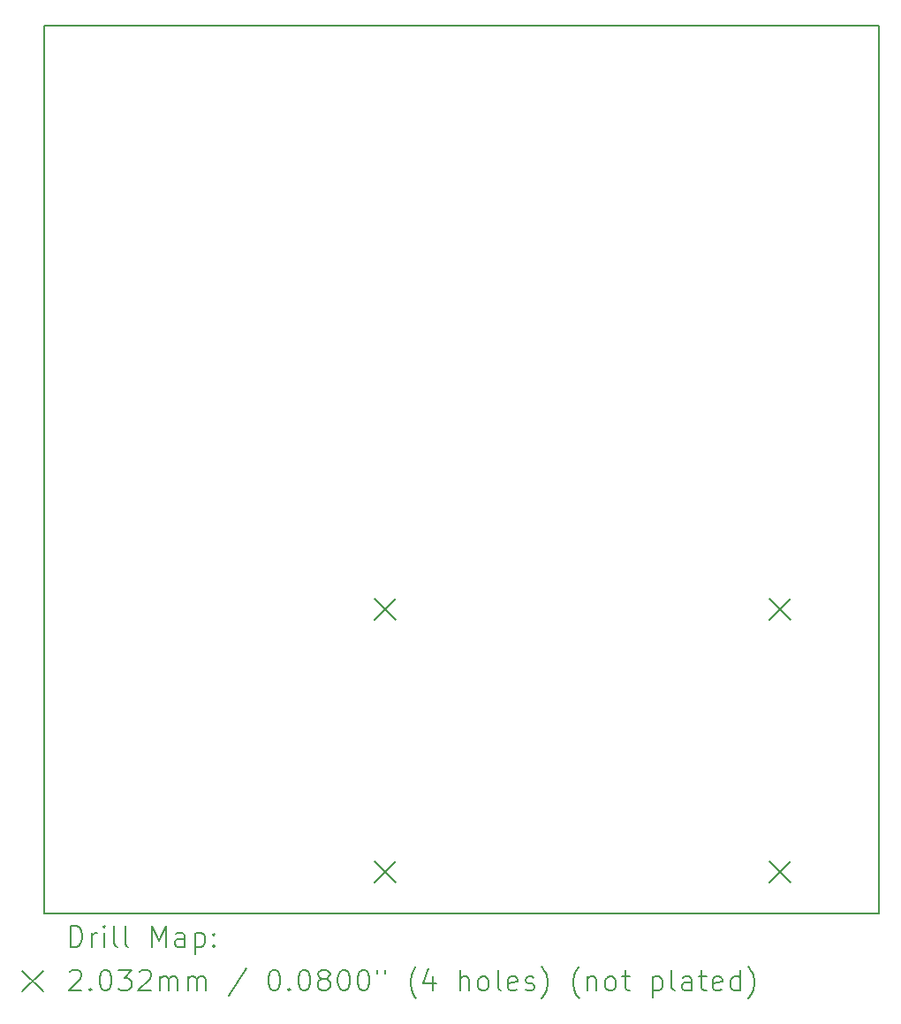
<source format=gbr>
%TF.GenerationSoftware,KiCad,Pcbnew,8.0.4*%
%TF.CreationDate,2024-08-21T00:27:21-03:00*%
%TF.ProjectId,EcoMaua_Pilot_Screen,45636f4d-6175-4615-9f50-696c6f745f53,rev?*%
%TF.SameCoordinates,Original*%
%TF.FileFunction,Drillmap*%
%TF.FilePolarity,Positive*%
%FSLAX45Y45*%
G04 Gerber Fmt 4.5, Leading zero omitted, Abs format (unit mm)*
G04 Created by KiCad (PCBNEW 8.0.4) date 2024-08-21 00:27:21*
%MOMM*%
%LPD*%
G01*
G04 APERTURE LIST*
%ADD10C,0.200000*%
%ADD11C,0.203200*%
G04 APERTURE END LIST*
D10*
X14300000Y-2700000D02*
X22300000Y-2700000D01*
X22300000Y-11200000D01*
X14300000Y-11200000D01*
X14300000Y-2700000D01*
D11*
X17466200Y-8187100D02*
X17669400Y-8390300D01*
X17669400Y-8187100D02*
X17466200Y-8390300D01*
X17466200Y-10701700D02*
X17669400Y-10904900D01*
X17669400Y-10701700D02*
X17466200Y-10904900D01*
X21250800Y-8187100D02*
X21454000Y-8390300D01*
X21454000Y-8187100D02*
X21250800Y-8390300D01*
X21250800Y-10701700D02*
X21454000Y-10904900D01*
X21454000Y-10701700D02*
X21250800Y-10904900D01*
D10*
X14550777Y-11521484D02*
X14550777Y-11321484D01*
X14550777Y-11321484D02*
X14598396Y-11321484D01*
X14598396Y-11321484D02*
X14626967Y-11331008D01*
X14626967Y-11331008D02*
X14646015Y-11350055D01*
X14646015Y-11350055D02*
X14655539Y-11369103D01*
X14655539Y-11369103D02*
X14665062Y-11407198D01*
X14665062Y-11407198D02*
X14665062Y-11435769D01*
X14665062Y-11435769D02*
X14655539Y-11473865D01*
X14655539Y-11473865D02*
X14646015Y-11492912D01*
X14646015Y-11492912D02*
X14626967Y-11511960D01*
X14626967Y-11511960D02*
X14598396Y-11521484D01*
X14598396Y-11521484D02*
X14550777Y-11521484D01*
X14750777Y-11521484D02*
X14750777Y-11388150D01*
X14750777Y-11426246D02*
X14760301Y-11407198D01*
X14760301Y-11407198D02*
X14769824Y-11397674D01*
X14769824Y-11397674D02*
X14788872Y-11388150D01*
X14788872Y-11388150D02*
X14807920Y-11388150D01*
X14874586Y-11521484D02*
X14874586Y-11388150D01*
X14874586Y-11321484D02*
X14865062Y-11331008D01*
X14865062Y-11331008D02*
X14874586Y-11340531D01*
X14874586Y-11340531D02*
X14884110Y-11331008D01*
X14884110Y-11331008D02*
X14874586Y-11321484D01*
X14874586Y-11321484D02*
X14874586Y-11340531D01*
X14998396Y-11521484D02*
X14979348Y-11511960D01*
X14979348Y-11511960D02*
X14969824Y-11492912D01*
X14969824Y-11492912D02*
X14969824Y-11321484D01*
X15103158Y-11521484D02*
X15084110Y-11511960D01*
X15084110Y-11511960D02*
X15074586Y-11492912D01*
X15074586Y-11492912D02*
X15074586Y-11321484D01*
X15331729Y-11521484D02*
X15331729Y-11321484D01*
X15331729Y-11321484D02*
X15398396Y-11464341D01*
X15398396Y-11464341D02*
X15465062Y-11321484D01*
X15465062Y-11321484D02*
X15465062Y-11521484D01*
X15646015Y-11521484D02*
X15646015Y-11416722D01*
X15646015Y-11416722D02*
X15636491Y-11397674D01*
X15636491Y-11397674D02*
X15617443Y-11388150D01*
X15617443Y-11388150D02*
X15579348Y-11388150D01*
X15579348Y-11388150D02*
X15560301Y-11397674D01*
X15646015Y-11511960D02*
X15626967Y-11521484D01*
X15626967Y-11521484D02*
X15579348Y-11521484D01*
X15579348Y-11521484D02*
X15560301Y-11511960D01*
X15560301Y-11511960D02*
X15550777Y-11492912D01*
X15550777Y-11492912D02*
X15550777Y-11473865D01*
X15550777Y-11473865D02*
X15560301Y-11454817D01*
X15560301Y-11454817D02*
X15579348Y-11445293D01*
X15579348Y-11445293D02*
X15626967Y-11445293D01*
X15626967Y-11445293D02*
X15646015Y-11435769D01*
X15741253Y-11388150D02*
X15741253Y-11588150D01*
X15741253Y-11397674D02*
X15760301Y-11388150D01*
X15760301Y-11388150D02*
X15798396Y-11388150D01*
X15798396Y-11388150D02*
X15817443Y-11397674D01*
X15817443Y-11397674D02*
X15826967Y-11407198D01*
X15826967Y-11407198D02*
X15836491Y-11426246D01*
X15836491Y-11426246D02*
X15836491Y-11483388D01*
X15836491Y-11483388D02*
X15826967Y-11502436D01*
X15826967Y-11502436D02*
X15817443Y-11511960D01*
X15817443Y-11511960D02*
X15798396Y-11521484D01*
X15798396Y-11521484D02*
X15760301Y-11521484D01*
X15760301Y-11521484D02*
X15741253Y-11511960D01*
X15922205Y-11502436D02*
X15931729Y-11511960D01*
X15931729Y-11511960D02*
X15922205Y-11521484D01*
X15922205Y-11521484D02*
X15912682Y-11511960D01*
X15912682Y-11511960D02*
X15922205Y-11502436D01*
X15922205Y-11502436D02*
X15922205Y-11521484D01*
X15922205Y-11397674D02*
X15931729Y-11407198D01*
X15931729Y-11407198D02*
X15922205Y-11416722D01*
X15922205Y-11416722D02*
X15912682Y-11407198D01*
X15912682Y-11407198D02*
X15922205Y-11397674D01*
X15922205Y-11397674D02*
X15922205Y-11416722D01*
X14090000Y-11750000D02*
X14290000Y-11950000D01*
X14290000Y-11750000D02*
X14090000Y-11950000D01*
X14541253Y-11760531D02*
X14550777Y-11751008D01*
X14550777Y-11751008D02*
X14569824Y-11741484D01*
X14569824Y-11741484D02*
X14617443Y-11741484D01*
X14617443Y-11741484D02*
X14636491Y-11751008D01*
X14636491Y-11751008D02*
X14646015Y-11760531D01*
X14646015Y-11760531D02*
X14655539Y-11779579D01*
X14655539Y-11779579D02*
X14655539Y-11798627D01*
X14655539Y-11798627D02*
X14646015Y-11827198D01*
X14646015Y-11827198D02*
X14531729Y-11941484D01*
X14531729Y-11941484D02*
X14655539Y-11941484D01*
X14741253Y-11922436D02*
X14750777Y-11931960D01*
X14750777Y-11931960D02*
X14741253Y-11941484D01*
X14741253Y-11941484D02*
X14731729Y-11931960D01*
X14731729Y-11931960D02*
X14741253Y-11922436D01*
X14741253Y-11922436D02*
X14741253Y-11941484D01*
X14874586Y-11741484D02*
X14893634Y-11741484D01*
X14893634Y-11741484D02*
X14912682Y-11751008D01*
X14912682Y-11751008D02*
X14922205Y-11760531D01*
X14922205Y-11760531D02*
X14931729Y-11779579D01*
X14931729Y-11779579D02*
X14941253Y-11817674D01*
X14941253Y-11817674D02*
X14941253Y-11865293D01*
X14941253Y-11865293D02*
X14931729Y-11903388D01*
X14931729Y-11903388D02*
X14922205Y-11922436D01*
X14922205Y-11922436D02*
X14912682Y-11931960D01*
X14912682Y-11931960D02*
X14893634Y-11941484D01*
X14893634Y-11941484D02*
X14874586Y-11941484D01*
X14874586Y-11941484D02*
X14855539Y-11931960D01*
X14855539Y-11931960D02*
X14846015Y-11922436D01*
X14846015Y-11922436D02*
X14836491Y-11903388D01*
X14836491Y-11903388D02*
X14826967Y-11865293D01*
X14826967Y-11865293D02*
X14826967Y-11817674D01*
X14826967Y-11817674D02*
X14836491Y-11779579D01*
X14836491Y-11779579D02*
X14846015Y-11760531D01*
X14846015Y-11760531D02*
X14855539Y-11751008D01*
X14855539Y-11751008D02*
X14874586Y-11741484D01*
X15007920Y-11741484D02*
X15131729Y-11741484D01*
X15131729Y-11741484D02*
X15065062Y-11817674D01*
X15065062Y-11817674D02*
X15093634Y-11817674D01*
X15093634Y-11817674D02*
X15112682Y-11827198D01*
X15112682Y-11827198D02*
X15122205Y-11836722D01*
X15122205Y-11836722D02*
X15131729Y-11855769D01*
X15131729Y-11855769D02*
X15131729Y-11903388D01*
X15131729Y-11903388D02*
X15122205Y-11922436D01*
X15122205Y-11922436D02*
X15112682Y-11931960D01*
X15112682Y-11931960D02*
X15093634Y-11941484D01*
X15093634Y-11941484D02*
X15036491Y-11941484D01*
X15036491Y-11941484D02*
X15017443Y-11931960D01*
X15017443Y-11931960D02*
X15007920Y-11922436D01*
X15207920Y-11760531D02*
X15217443Y-11751008D01*
X15217443Y-11751008D02*
X15236491Y-11741484D01*
X15236491Y-11741484D02*
X15284110Y-11741484D01*
X15284110Y-11741484D02*
X15303158Y-11751008D01*
X15303158Y-11751008D02*
X15312682Y-11760531D01*
X15312682Y-11760531D02*
X15322205Y-11779579D01*
X15322205Y-11779579D02*
X15322205Y-11798627D01*
X15322205Y-11798627D02*
X15312682Y-11827198D01*
X15312682Y-11827198D02*
X15198396Y-11941484D01*
X15198396Y-11941484D02*
X15322205Y-11941484D01*
X15407920Y-11941484D02*
X15407920Y-11808150D01*
X15407920Y-11827198D02*
X15417443Y-11817674D01*
X15417443Y-11817674D02*
X15436491Y-11808150D01*
X15436491Y-11808150D02*
X15465063Y-11808150D01*
X15465063Y-11808150D02*
X15484110Y-11817674D01*
X15484110Y-11817674D02*
X15493634Y-11836722D01*
X15493634Y-11836722D02*
X15493634Y-11941484D01*
X15493634Y-11836722D02*
X15503158Y-11817674D01*
X15503158Y-11817674D02*
X15522205Y-11808150D01*
X15522205Y-11808150D02*
X15550777Y-11808150D01*
X15550777Y-11808150D02*
X15569824Y-11817674D01*
X15569824Y-11817674D02*
X15579348Y-11836722D01*
X15579348Y-11836722D02*
X15579348Y-11941484D01*
X15674586Y-11941484D02*
X15674586Y-11808150D01*
X15674586Y-11827198D02*
X15684110Y-11817674D01*
X15684110Y-11817674D02*
X15703158Y-11808150D01*
X15703158Y-11808150D02*
X15731729Y-11808150D01*
X15731729Y-11808150D02*
X15750777Y-11817674D01*
X15750777Y-11817674D02*
X15760301Y-11836722D01*
X15760301Y-11836722D02*
X15760301Y-11941484D01*
X15760301Y-11836722D02*
X15769824Y-11817674D01*
X15769824Y-11817674D02*
X15788872Y-11808150D01*
X15788872Y-11808150D02*
X15817443Y-11808150D01*
X15817443Y-11808150D02*
X15836491Y-11817674D01*
X15836491Y-11817674D02*
X15846015Y-11836722D01*
X15846015Y-11836722D02*
X15846015Y-11941484D01*
X16236491Y-11731960D02*
X16065063Y-11989103D01*
X16493634Y-11741484D02*
X16512682Y-11741484D01*
X16512682Y-11741484D02*
X16531729Y-11751008D01*
X16531729Y-11751008D02*
X16541253Y-11760531D01*
X16541253Y-11760531D02*
X16550777Y-11779579D01*
X16550777Y-11779579D02*
X16560301Y-11817674D01*
X16560301Y-11817674D02*
X16560301Y-11865293D01*
X16560301Y-11865293D02*
X16550777Y-11903388D01*
X16550777Y-11903388D02*
X16541253Y-11922436D01*
X16541253Y-11922436D02*
X16531729Y-11931960D01*
X16531729Y-11931960D02*
X16512682Y-11941484D01*
X16512682Y-11941484D02*
X16493634Y-11941484D01*
X16493634Y-11941484D02*
X16474586Y-11931960D01*
X16474586Y-11931960D02*
X16465063Y-11922436D01*
X16465063Y-11922436D02*
X16455539Y-11903388D01*
X16455539Y-11903388D02*
X16446015Y-11865293D01*
X16446015Y-11865293D02*
X16446015Y-11817674D01*
X16446015Y-11817674D02*
X16455539Y-11779579D01*
X16455539Y-11779579D02*
X16465063Y-11760531D01*
X16465063Y-11760531D02*
X16474586Y-11751008D01*
X16474586Y-11751008D02*
X16493634Y-11741484D01*
X16646015Y-11922436D02*
X16655539Y-11931960D01*
X16655539Y-11931960D02*
X16646015Y-11941484D01*
X16646015Y-11941484D02*
X16636491Y-11931960D01*
X16636491Y-11931960D02*
X16646015Y-11922436D01*
X16646015Y-11922436D02*
X16646015Y-11941484D01*
X16779348Y-11741484D02*
X16798396Y-11741484D01*
X16798396Y-11741484D02*
X16817444Y-11751008D01*
X16817444Y-11751008D02*
X16826968Y-11760531D01*
X16826968Y-11760531D02*
X16836491Y-11779579D01*
X16836491Y-11779579D02*
X16846015Y-11817674D01*
X16846015Y-11817674D02*
X16846015Y-11865293D01*
X16846015Y-11865293D02*
X16836491Y-11903388D01*
X16836491Y-11903388D02*
X16826968Y-11922436D01*
X16826968Y-11922436D02*
X16817444Y-11931960D01*
X16817444Y-11931960D02*
X16798396Y-11941484D01*
X16798396Y-11941484D02*
X16779348Y-11941484D01*
X16779348Y-11941484D02*
X16760301Y-11931960D01*
X16760301Y-11931960D02*
X16750777Y-11922436D01*
X16750777Y-11922436D02*
X16741253Y-11903388D01*
X16741253Y-11903388D02*
X16731729Y-11865293D01*
X16731729Y-11865293D02*
X16731729Y-11817674D01*
X16731729Y-11817674D02*
X16741253Y-11779579D01*
X16741253Y-11779579D02*
X16750777Y-11760531D01*
X16750777Y-11760531D02*
X16760301Y-11751008D01*
X16760301Y-11751008D02*
X16779348Y-11741484D01*
X16960301Y-11827198D02*
X16941253Y-11817674D01*
X16941253Y-11817674D02*
X16931729Y-11808150D01*
X16931729Y-11808150D02*
X16922206Y-11789103D01*
X16922206Y-11789103D02*
X16922206Y-11779579D01*
X16922206Y-11779579D02*
X16931729Y-11760531D01*
X16931729Y-11760531D02*
X16941253Y-11751008D01*
X16941253Y-11751008D02*
X16960301Y-11741484D01*
X16960301Y-11741484D02*
X16998396Y-11741484D01*
X16998396Y-11741484D02*
X17017444Y-11751008D01*
X17017444Y-11751008D02*
X17026968Y-11760531D01*
X17026968Y-11760531D02*
X17036491Y-11779579D01*
X17036491Y-11779579D02*
X17036491Y-11789103D01*
X17036491Y-11789103D02*
X17026968Y-11808150D01*
X17026968Y-11808150D02*
X17017444Y-11817674D01*
X17017444Y-11817674D02*
X16998396Y-11827198D01*
X16998396Y-11827198D02*
X16960301Y-11827198D01*
X16960301Y-11827198D02*
X16941253Y-11836722D01*
X16941253Y-11836722D02*
X16931729Y-11846246D01*
X16931729Y-11846246D02*
X16922206Y-11865293D01*
X16922206Y-11865293D02*
X16922206Y-11903388D01*
X16922206Y-11903388D02*
X16931729Y-11922436D01*
X16931729Y-11922436D02*
X16941253Y-11931960D01*
X16941253Y-11931960D02*
X16960301Y-11941484D01*
X16960301Y-11941484D02*
X16998396Y-11941484D01*
X16998396Y-11941484D02*
X17017444Y-11931960D01*
X17017444Y-11931960D02*
X17026968Y-11922436D01*
X17026968Y-11922436D02*
X17036491Y-11903388D01*
X17036491Y-11903388D02*
X17036491Y-11865293D01*
X17036491Y-11865293D02*
X17026968Y-11846246D01*
X17026968Y-11846246D02*
X17017444Y-11836722D01*
X17017444Y-11836722D02*
X16998396Y-11827198D01*
X17160301Y-11741484D02*
X17179349Y-11741484D01*
X17179349Y-11741484D02*
X17198396Y-11751008D01*
X17198396Y-11751008D02*
X17207920Y-11760531D01*
X17207920Y-11760531D02*
X17217444Y-11779579D01*
X17217444Y-11779579D02*
X17226968Y-11817674D01*
X17226968Y-11817674D02*
X17226968Y-11865293D01*
X17226968Y-11865293D02*
X17217444Y-11903388D01*
X17217444Y-11903388D02*
X17207920Y-11922436D01*
X17207920Y-11922436D02*
X17198396Y-11931960D01*
X17198396Y-11931960D02*
X17179349Y-11941484D01*
X17179349Y-11941484D02*
X17160301Y-11941484D01*
X17160301Y-11941484D02*
X17141253Y-11931960D01*
X17141253Y-11931960D02*
X17131729Y-11922436D01*
X17131729Y-11922436D02*
X17122206Y-11903388D01*
X17122206Y-11903388D02*
X17112682Y-11865293D01*
X17112682Y-11865293D02*
X17112682Y-11817674D01*
X17112682Y-11817674D02*
X17122206Y-11779579D01*
X17122206Y-11779579D02*
X17131729Y-11760531D01*
X17131729Y-11760531D02*
X17141253Y-11751008D01*
X17141253Y-11751008D02*
X17160301Y-11741484D01*
X17350777Y-11741484D02*
X17369825Y-11741484D01*
X17369825Y-11741484D02*
X17388872Y-11751008D01*
X17388872Y-11751008D02*
X17398396Y-11760531D01*
X17398396Y-11760531D02*
X17407920Y-11779579D01*
X17407920Y-11779579D02*
X17417444Y-11817674D01*
X17417444Y-11817674D02*
X17417444Y-11865293D01*
X17417444Y-11865293D02*
X17407920Y-11903388D01*
X17407920Y-11903388D02*
X17398396Y-11922436D01*
X17398396Y-11922436D02*
X17388872Y-11931960D01*
X17388872Y-11931960D02*
X17369825Y-11941484D01*
X17369825Y-11941484D02*
X17350777Y-11941484D01*
X17350777Y-11941484D02*
X17331729Y-11931960D01*
X17331729Y-11931960D02*
X17322206Y-11922436D01*
X17322206Y-11922436D02*
X17312682Y-11903388D01*
X17312682Y-11903388D02*
X17303158Y-11865293D01*
X17303158Y-11865293D02*
X17303158Y-11817674D01*
X17303158Y-11817674D02*
X17312682Y-11779579D01*
X17312682Y-11779579D02*
X17322206Y-11760531D01*
X17322206Y-11760531D02*
X17331729Y-11751008D01*
X17331729Y-11751008D02*
X17350777Y-11741484D01*
X17493634Y-11741484D02*
X17493634Y-11779579D01*
X17569825Y-11741484D02*
X17569825Y-11779579D01*
X17865063Y-12017674D02*
X17855539Y-12008150D01*
X17855539Y-12008150D02*
X17836491Y-11979579D01*
X17836491Y-11979579D02*
X17826968Y-11960531D01*
X17826968Y-11960531D02*
X17817444Y-11931960D01*
X17817444Y-11931960D02*
X17807920Y-11884341D01*
X17807920Y-11884341D02*
X17807920Y-11846246D01*
X17807920Y-11846246D02*
X17817444Y-11798627D01*
X17817444Y-11798627D02*
X17826968Y-11770055D01*
X17826968Y-11770055D02*
X17836491Y-11751008D01*
X17836491Y-11751008D02*
X17855539Y-11722436D01*
X17855539Y-11722436D02*
X17865063Y-11712912D01*
X18026968Y-11808150D02*
X18026968Y-11941484D01*
X17979349Y-11731960D02*
X17931730Y-11874817D01*
X17931730Y-11874817D02*
X18055539Y-11874817D01*
X18284111Y-11941484D02*
X18284111Y-11741484D01*
X18369825Y-11941484D02*
X18369825Y-11836722D01*
X18369825Y-11836722D02*
X18360301Y-11817674D01*
X18360301Y-11817674D02*
X18341253Y-11808150D01*
X18341253Y-11808150D02*
X18312682Y-11808150D01*
X18312682Y-11808150D02*
X18293634Y-11817674D01*
X18293634Y-11817674D02*
X18284111Y-11827198D01*
X18493634Y-11941484D02*
X18474587Y-11931960D01*
X18474587Y-11931960D02*
X18465063Y-11922436D01*
X18465063Y-11922436D02*
X18455539Y-11903388D01*
X18455539Y-11903388D02*
X18455539Y-11846246D01*
X18455539Y-11846246D02*
X18465063Y-11827198D01*
X18465063Y-11827198D02*
X18474587Y-11817674D01*
X18474587Y-11817674D02*
X18493634Y-11808150D01*
X18493634Y-11808150D02*
X18522206Y-11808150D01*
X18522206Y-11808150D02*
X18541253Y-11817674D01*
X18541253Y-11817674D02*
X18550777Y-11827198D01*
X18550777Y-11827198D02*
X18560301Y-11846246D01*
X18560301Y-11846246D02*
X18560301Y-11903388D01*
X18560301Y-11903388D02*
X18550777Y-11922436D01*
X18550777Y-11922436D02*
X18541253Y-11931960D01*
X18541253Y-11931960D02*
X18522206Y-11941484D01*
X18522206Y-11941484D02*
X18493634Y-11941484D01*
X18674587Y-11941484D02*
X18655539Y-11931960D01*
X18655539Y-11931960D02*
X18646015Y-11912912D01*
X18646015Y-11912912D02*
X18646015Y-11741484D01*
X18826968Y-11931960D02*
X18807920Y-11941484D01*
X18807920Y-11941484D02*
X18769825Y-11941484D01*
X18769825Y-11941484D02*
X18750777Y-11931960D01*
X18750777Y-11931960D02*
X18741253Y-11912912D01*
X18741253Y-11912912D02*
X18741253Y-11836722D01*
X18741253Y-11836722D02*
X18750777Y-11817674D01*
X18750777Y-11817674D02*
X18769825Y-11808150D01*
X18769825Y-11808150D02*
X18807920Y-11808150D01*
X18807920Y-11808150D02*
X18826968Y-11817674D01*
X18826968Y-11817674D02*
X18836492Y-11836722D01*
X18836492Y-11836722D02*
X18836492Y-11855769D01*
X18836492Y-11855769D02*
X18741253Y-11874817D01*
X18912682Y-11931960D02*
X18931730Y-11941484D01*
X18931730Y-11941484D02*
X18969825Y-11941484D01*
X18969825Y-11941484D02*
X18988873Y-11931960D01*
X18988873Y-11931960D02*
X18998396Y-11912912D01*
X18998396Y-11912912D02*
X18998396Y-11903388D01*
X18998396Y-11903388D02*
X18988873Y-11884341D01*
X18988873Y-11884341D02*
X18969825Y-11874817D01*
X18969825Y-11874817D02*
X18941253Y-11874817D01*
X18941253Y-11874817D02*
X18922206Y-11865293D01*
X18922206Y-11865293D02*
X18912682Y-11846246D01*
X18912682Y-11846246D02*
X18912682Y-11836722D01*
X18912682Y-11836722D02*
X18922206Y-11817674D01*
X18922206Y-11817674D02*
X18941253Y-11808150D01*
X18941253Y-11808150D02*
X18969825Y-11808150D01*
X18969825Y-11808150D02*
X18988873Y-11817674D01*
X19065063Y-12017674D02*
X19074587Y-12008150D01*
X19074587Y-12008150D02*
X19093634Y-11979579D01*
X19093634Y-11979579D02*
X19103158Y-11960531D01*
X19103158Y-11960531D02*
X19112682Y-11931960D01*
X19112682Y-11931960D02*
X19122206Y-11884341D01*
X19122206Y-11884341D02*
X19122206Y-11846246D01*
X19122206Y-11846246D02*
X19112682Y-11798627D01*
X19112682Y-11798627D02*
X19103158Y-11770055D01*
X19103158Y-11770055D02*
X19093634Y-11751008D01*
X19093634Y-11751008D02*
X19074587Y-11722436D01*
X19074587Y-11722436D02*
X19065063Y-11712912D01*
X19426968Y-12017674D02*
X19417444Y-12008150D01*
X19417444Y-12008150D02*
X19398396Y-11979579D01*
X19398396Y-11979579D02*
X19388873Y-11960531D01*
X19388873Y-11960531D02*
X19379349Y-11931960D01*
X19379349Y-11931960D02*
X19369825Y-11884341D01*
X19369825Y-11884341D02*
X19369825Y-11846246D01*
X19369825Y-11846246D02*
X19379349Y-11798627D01*
X19379349Y-11798627D02*
X19388873Y-11770055D01*
X19388873Y-11770055D02*
X19398396Y-11751008D01*
X19398396Y-11751008D02*
X19417444Y-11722436D01*
X19417444Y-11722436D02*
X19426968Y-11712912D01*
X19503158Y-11808150D02*
X19503158Y-11941484D01*
X19503158Y-11827198D02*
X19512682Y-11817674D01*
X19512682Y-11817674D02*
X19531730Y-11808150D01*
X19531730Y-11808150D02*
X19560301Y-11808150D01*
X19560301Y-11808150D02*
X19579349Y-11817674D01*
X19579349Y-11817674D02*
X19588873Y-11836722D01*
X19588873Y-11836722D02*
X19588873Y-11941484D01*
X19712682Y-11941484D02*
X19693634Y-11931960D01*
X19693634Y-11931960D02*
X19684111Y-11922436D01*
X19684111Y-11922436D02*
X19674587Y-11903388D01*
X19674587Y-11903388D02*
X19674587Y-11846246D01*
X19674587Y-11846246D02*
X19684111Y-11827198D01*
X19684111Y-11827198D02*
X19693634Y-11817674D01*
X19693634Y-11817674D02*
X19712682Y-11808150D01*
X19712682Y-11808150D02*
X19741254Y-11808150D01*
X19741254Y-11808150D02*
X19760301Y-11817674D01*
X19760301Y-11817674D02*
X19769825Y-11827198D01*
X19769825Y-11827198D02*
X19779349Y-11846246D01*
X19779349Y-11846246D02*
X19779349Y-11903388D01*
X19779349Y-11903388D02*
X19769825Y-11922436D01*
X19769825Y-11922436D02*
X19760301Y-11931960D01*
X19760301Y-11931960D02*
X19741254Y-11941484D01*
X19741254Y-11941484D02*
X19712682Y-11941484D01*
X19836492Y-11808150D02*
X19912682Y-11808150D01*
X19865063Y-11741484D02*
X19865063Y-11912912D01*
X19865063Y-11912912D02*
X19874587Y-11931960D01*
X19874587Y-11931960D02*
X19893634Y-11941484D01*
X19893634Y-11941484D02*
X19912682Y-11941484D01*
X20131730Y-11808150D02*
X20131730Y-12008150D01*
X20131730Y-11817674D02*
X20150777Y-11808150D01*
X20150777Y-11808150D02*
X20188873Y-11808150D01*
X20188873Y-11808150D02*
X20207920Y-11817674D01*
X20207920Y-11817674D02*
X20217444Y-11827198D01*
X20217444Y-11827198D02*
X20226968Y-11846246D01*
X20226968Y-11846246D02*
X20226968Y-11903388D01*
X20226968Y-11903388D02*
X20217444Y-11922436D01*
X20217444Y-11922436D02*
X20207920Y-11931960D01*
X20207920Y-11931960D02*
X20188873Y-11941484D01*
X20188873Y-11941484D02*
X20150777Y-11941484D01*
X20150777Y-11941484D02*
X20131730Y-11931960D01*
X20341254Y-11941484D02*
X20322206Y-11931960D01*
X20322206Y-11931960D02*
X20312682Y-11912912D01*
X20312682Y-11912912D02*
X20312682Y-11741484D01*
X20503158Y-11941484D02*
X20503158Y-11836722D01*
X20503158Y-11836722D02*
X20493635Y-11817674D01*
X20493635Y-11817674D02*
X20474587Y-11808150D01*
X20474587Y-11808150D02*
X20436492Y-11808150D01*
X20436492Y-11808150D02*
X20417444Y-11817674D01*
X20503158Y-11931960D02*
X20484111Y-11941484D01*
X20484111Y-11941484D02*
X20436492Y-11941484D01*
X20436492Y-11941484D02*
X20417444Y-11931960D01*
X20417444Y-11931960D02*
X20407920Y-11912912D01*
X20407920Y-11912912D02*
X20407920Y-11893865D01*
X20407920Y-11893865D02*
X20417444Y-11874817D01*
X20417444Y-11874817D02*
X20436492Y-11865293D01*
X20436492Y-11865293D02*
X20484111Y-11865293D01*
X20484111Y-11865293D02*
X20503158Y-11855769D01*
X20569825Y-11808150D02*
X20646015Y-11808150D01*
X20598396Y-11741484D02*
X20598396Y-11912912D01*
X20598396Y-11912912D02*
X20607920Y-11931960D01*
X20607920Y-11931960D02*
X20626968Y-11941484D01*
X20626968Y-11941484D02*
X20646015Y-11941484D01*
X20788873Y-11931960D02*
X20769825Y-11941484D01*
X20769825Y-11941484D02*
X20731730Y-11941484D01*
X20731730Y-11941484D02*
X20712682Y-11931960D01*
X20712682Y-11931960D02*
X20703158Y-11912912D01*
X20703158Y-11912912D02*
X20703158Y-11836722D01*
X20703158Y-11836722D02*
X20712682Y-11817674D01*
X20712682Y-11817674D02*
X20731730Y-11808150D01*
X20731730Y-11808150D02*
X20769825Y-11808150D01*
X20769825Y-11808150D02*
X20788873Y-11817674D01*
X20788873Y-11817674D02*
X20798396Y-11836722D01*
X20798396Y-11836722D02*
X20798396Y-11855769D01*
X20798396Y-11855769D02*
X20703158Y-11874817D01*
X20969825Y-11941484D02*
X20969825Y-11741484D01*
X20969825Y-11931960D02*
X20950777Y-11941484D01*
X20950777Y-11941484D02*
X20912682Y-11941484D01*
X20912682Y-11941484D02*
X20893635Y-11931960D01*
X20893635Y-11931960D02*
X20884111Y-11922436D01*
X20884111Y-11922436D02*
X20874587Y-11903388D01*
X20874587Y-11903388D02*
X20874587Y-11846246D01*
X20874587Y-11846246D02*
X20884111Y-11827198D01*
X20884111Y-11827198D02*
X20893635Y-11817674D01*
X20893635Y-11817674D02*
X20912682Y-11808150D01*
X20912682Y-11808150D02*
X20950777Y-11808150D01*
X20950777Y-11808150D02*
X20969825Y-11817674D01*
X21046016Y-12017674D02*
X21055539Y-12008150D01*
X21055539Y-12008150D02*
X21074587Y-11979579D01*
X21074587Y-11979579D02*
X21084111Y-11960531D01*
X21084111Y-11960531D02*
X21093635Y-11931960D01*
X21093635Y-11931960D02*
X21103158Y-11884341D01*
X21103158Y-11884341D02*
X21103158Y-11846246D01*
X21103158Y-11846246D02*
X21093635Y-11798627D01*
X21093635Y-11798627D02*
X21084111Y-11770055D01*
X21084111Y-11770055D02*
X21074587Y-11751008D01*
X21074587Y-11751008D02*
X21055539Y-11722436D01*
X21055539Y-11722436D02*
X21046016Y-11712912D01*
M02*

</source>
